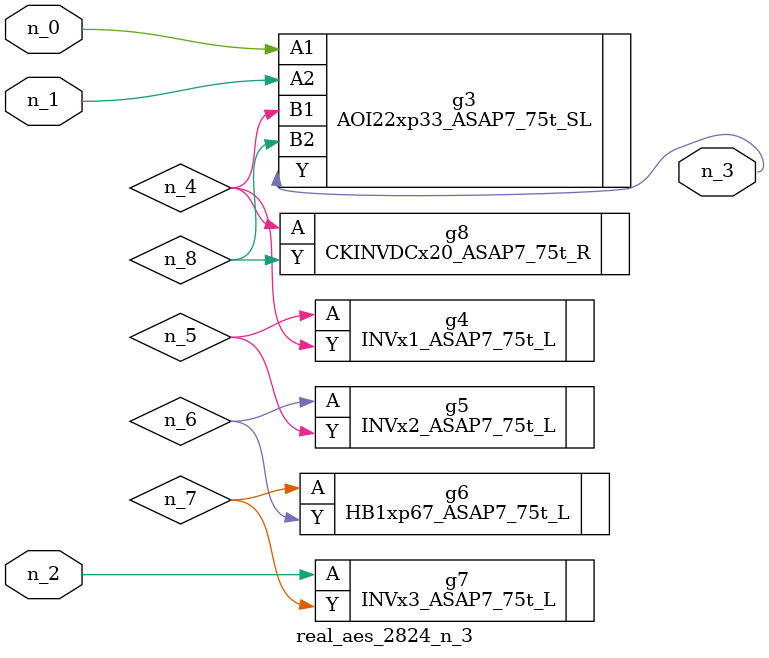
<source format=v>
module real_aes_2824_n_3 (n_0, n_2, n_1, n_3);
input n_0;
input n_2;
input n_1;
output n_3;
wire n_4;
wire n_5;
wire n_7;
wire n_8;
wire n_6;
AOI22xp33_ASAP7_75t_SL g3 ( .A1(n_0), .A2(n_1), .B1(n_4), .B2(n_8), .Y(n_3) );
INVx3_ASAP7_75t_L g7 ( .A(n_2), .Y(n_7) );
CKINVDCx20_ASAP7_75t_R g8 ( .A(n_4), .Y(n_8) );
INVx1_ASAP7_75t_L g4 ( .A(n_5), .Y(n_4) );
INVx2_ASAP7_75t_L g5 ( .A(n_6), .Y(n_5) );
HB1xp67_ASAP7_75t_L g6 ( .A(n_7), .Y(n_6) );
endmodule
</source>
